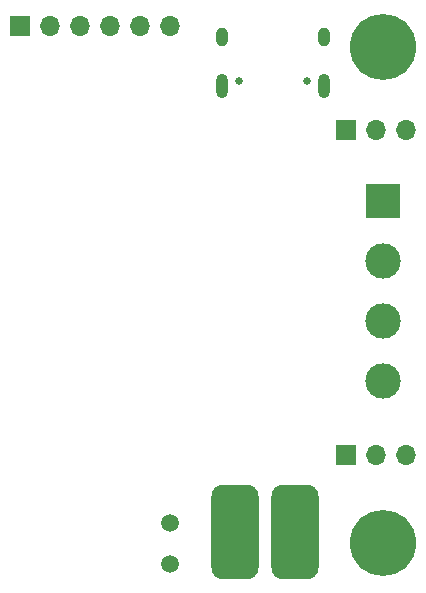
<source format=gbs>
G04 #@! TF.GenerationSoftware,KiCad,Pcbnew,7.0.8-7.0.8~ubuntu22.04.1*
G04 #@! TF.CreationDate,2023-11-04T16:43:40+00:00*
G04 #@! TF.ProjectId,kicad_dual_neopixel_driver,6b696361-645f-4647-9561-6c5f6e656f70,rev?*
G04 #@! TF.SameCoordinates,Original*
G04 #@! TF.FileFunction,Soldermask,Bot*
G04 #@! TF.FilePolarity,Negative*
%FSLAX46Y46*%
G04 Gerber Fmt 4.6, Leading zero omitted, Abs format (unit mm)*
G04 Created by KiCad (PCBNEW 7.0.8-7.0.8~ubuntu22.04.1) date 2023-11-04 16:43:40*
%MOMM*%
%LPD*%
G01*
G04 APERTURE LIST*
G04 Aperture macros list*
%AMRoundRect*
0 Rectangle with rounded corners*
0 $1 Rounding radius*
0 $2 $3 $4 $5 $6 $7 $8 $9 X,Y pos of 4 corners*
0 Add a 4 corners polygon primitive as box body*
4,1,4,$2,$3,$4,$5,$6,$7,$8,$9,$2,$3,0*
0 Add four circle primitives for the rounded corners*
1,1,$1+$1,$2,$3*
1,1,$1+$1,$4,$5*
1,1,$1+$1,$6,$7*
1,1,$1+$1,$8,$9*
0 Add four rect primitives between the rounded corners*
20,1,$1+$1,$2,$3,$4,$5,0*
20,1,$1+$1,$4,$5,$6,$7,0*
20,1,$1+$1,$6,$7,$8,$9,0*
20,1,$1+$1,$8,$9,$2,$3,0*%
G04 Aperture macros list end*
%ADD10R,1.700000X1.700000*%
%ADD11O,1.700000X1.700000*%
%ADD12C,1.500000*%
%ADD13C,0.650000*%
%ADD14O,1.000000X2.100000*%
%ADD15O,1.000000X1.600000*%
%ADD16C,5.600000*%
%ADD17R,3.000000X3.000000*%
%ADD18C,3.000000*%
%ADD19RoundRect,1.000000X-1.000000X-3.000000X1.000000X-3.000000X1.000000X3.000000X-1.000000X3.000000X0*%
G04 APERTURE END LIST*
D10*
G04 #@! TO.C,J4*
X171920000Y-128524000D03*
D11*
X174460000Y-128524000D03*
X177000000Y-128524000D03*
G04 #@! TD*
D12*
G04 #@! TO.C,R4*
X157000000Y-134300000D03*
X157000000Y-137700000D03*
G04 #@! TD*
D10*
G04 #@! TO.C,J6*
X144300000Y-92200000D03*
D11*
X146840000Y-92200000D03*
X149380000Y-92200000D03*
X151920000Y-92200000D03*
X154460000Y-92200000D03*
X157000000Y-92200000D03*
G04 #@! TD*
D13*
G04 #@! TO.C,J5*
X168570000Y-96805000D03*
X162790000Y-96805000D03*
D14*
X170000000Y-97305000D03*
D15*
X170000000Y-93125000D03*
D14*
X161360000Y-97305000D03*
D15*
X161360000Y-93125000D03*
G04 #@! TD*
D16*
G04 #@! TO.C,REF\u002A\u002A*
X175000000Y-94000000D03*
G04 #@! TD*
G04 #@! TO.C,REF\u002A\u002A*
X175000000Y-136000000D03*
G04 #@! TD*
D17*
G04 #@! TO.C,J3*
X175000000Y-107000000D03*
D18*
X175000000Y-112080000D03*
X175000000Y-117160000D03*
X175000000Y-122240000D03*
G04 #@! TD*
D19*
G04 #@! TO.C,J1*
X162460000Y-135000000D03*
X167540000Y-135000000D03*
G04 #@! TD*
D10*
G04 #@! TO.C,J2*
X171920000Y-101000000D03*
D11*
X174460000Y-101000000D03*
X177000000Y-101000000D03*
G04 #@! TD*
M02*

</source>
